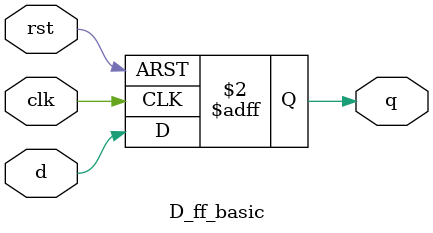
<source format=v>
`timescale 1ns / 1ps

module D_ff_basic(
input d,clk,rst,
output reg q
    );
    always @(posedge clk or posedge rst)
    if(rst)
    q<=0;
    else 
    q<=d;
    
endmodule

</source>
